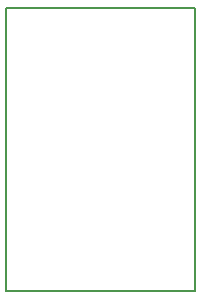
<source format=gm1>
%TF.GenerationSoftware,KiCad,Pcbnew,4.0.6*%
%TF.CreationDate,2017-07-18T22:34:41+03:00*%
%TF.ProjectId,esp12_1button_6leds,65737031325F31627574746F6E5F366C,rev?*%
%TF.FileFunction,Profile,NP*%
%FSLAX46Y46*%
G04 Gerber Fmt 4.6, Leading zero omitted, Abs format (unit mm)*
G04 Created by KiCad (PCBNEW 4.0.6) date 07/18/17 22:34:41*
%MOMM*%
%LPD*%
G01*
G04 APERTURE LIST*
%ADD10C,0.100000*%
%ADD11C,0.150000*%
G04 APERTURE END LIST*
D10*
D11*
X-16798900Y-24103600D02*
X-16798900Y-103600D01*
X-798900Y-24103600D02*
X-16798900Y-24103600D01*
X-798900Y-103600D02*
X-798900Y-24103600D01*
X-16798900Y-103600D02*
X-798900Y-103600D01*
M02*

</source>
